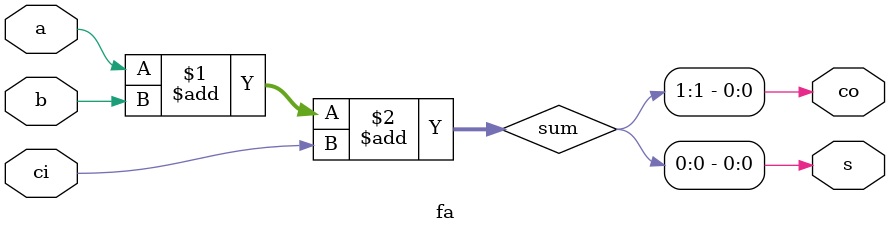
<source format=v>
module fa(
    input   a,
    input   b,
    input   ci,
    output  s,
    output  co
);
    wire [1:0] sum;
	
	assign sum = a + b + ci;
	assign s = sum[0];
	assign co = sum[1];
endmodule
</source>
